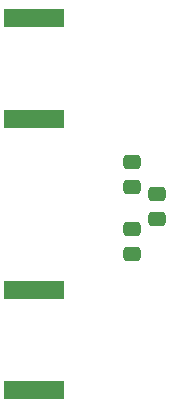
<source format=gbp>
%TF.GenerationSoftware,KiCad,Pcbnew,6.0.4-6f826c9f35~116~ubuntu20.04.1*%
%TF.CreationDate,2022-04-28T13:53:23-05:00*%
%TF.ProjectId,opamp_inverting_single,6f70616d-705f-4696-9e76-657274696e67,1.0*%
%TF.SameCoordinates,Original*%
%TF.FileFunction,Paste,Bot*%
%TF.FilePolarity,Positive*%
%FSLAX46Y46*%
G04 Gerber Fmt 4.6, Leading zero omitted, Abs format (unit mm)*
G04 Created by KiCad (PCBNEW 6.0.4-6f826c9f35~116~ubuntu20.04.1) date 2022-04-28 13:53:23*
%MOMM*%
%LPD*%
G01*
G04 APERTURE LIST*
G04 Aperture macros list*
%AMRoundRect*
0 Rectangle with rounded corners*
0 $1 Rounding radius*
0 $2 $3 $4 $5 $6 $7 $8 $9 X,Y pos of 4 corners*
0 Add a 4 corners polygon primitive as box body*
4,1,4,$2,$3,$4,$5,$6,$7,$8,$9,$2,$3,0*
0 Add four circle primitives for the rounded corners*
1,1,$1+$1,$2,$3*
1,1,$1+$1,$4,$5*
1,1,$1+$1,$6,$7*
1,1,$1+$1,$8,$9*
0 Add four rect primitives between the rounded corners*
20,1,$1+$1,$2,$3,$4,$5,0*
20,1,$1+$1,$4,$5,$6,$7,0*
20,1,$1+$1,$6,$7,$8,$9,0*
20,1,$1+$1,$8,$9,$2,$3,0*%
G04 Aperture macros list end*
%ADD10R,5.080000X1.500000*%
%ADD11RoundRect,0.250000X-0.475000X0.337500X-0.475000X-0.337500X0.475000X-0.337500X0.475000X0.337500X0*%
G04 APERTURE END LIST*
D10*
%TO.C,J2*%
X144824989Y-103049989D03*
X144824989Y-94549989D03*
%TD*%
%TO.C,J1*%
X144824989Y-80049989D03*
X144824989Y-71549989D03*
%TD*%
D11*
%TO.C,C8*%
X155199989Y-86462489D03*
X155199989Y-88537489D03*
%TD*%
%TO.C,C6*%
X153149989Y-85787489D03*
X153149989Y-83712489D03*
%TD*%
%TO.C,C4*%
X153099989Y-89424989D03*
X153099989Y-91499989D03*
%TD*%
M02*

</source>
